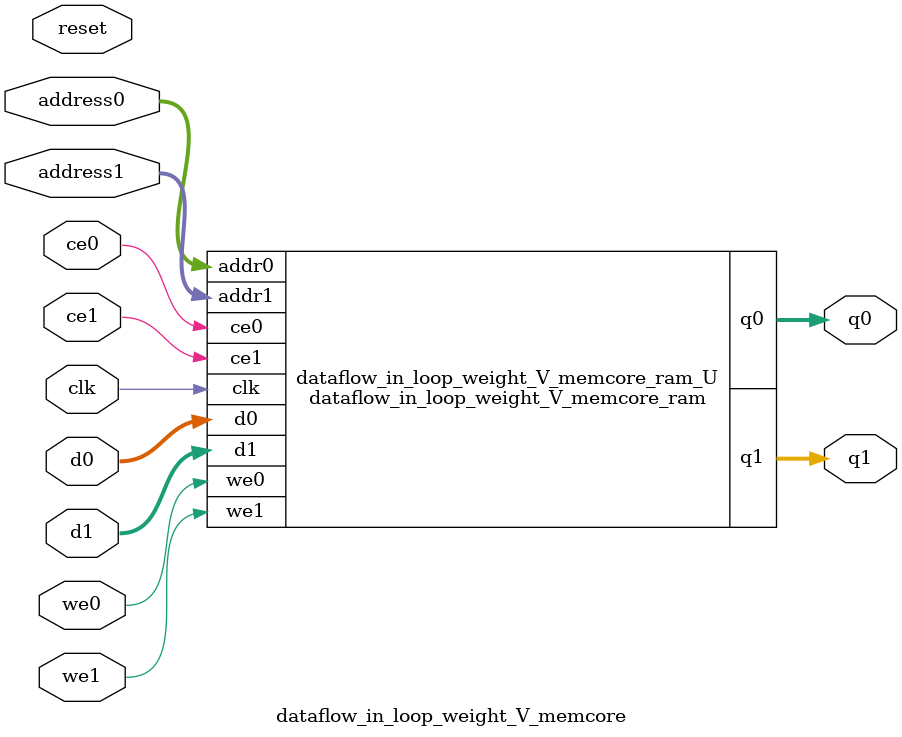
<source format=v>
`timescale 1 ns / 1 ps
module dataflow_in_loop_weight_V_memcore_ram (addr0, ce0, d0, we0, q0, addr1, ce1, d1, we1, q1,  clk);

parameter DWIDTH = 1024;
parameter AWIDTH = 5;
parameter MEM_SIZE = 32;

input[AWIDTH-1:0] addr0;
input ce0;
input[DWIDTH-1:0] d0;
input we0;
output reg[DWIDTH-1:0] q0;
input[AWIDTH-1:0] addr1;
input ce1;
input[DWIDTH-1:0] d1;
input we1;
output reg[DWIDTH-1:0] q1;
input clk;

(* ram_style = "block" *)reg [DWIDTH-1:0] ram[0:MEM_SIZE-1];




always @(posedge clk)  
begin 
    if (ce0) 
    begin
        if (we0) 
        begin 
            ram[addr0] <= d0; 
        end 
        q0 <= ram[addr0];
    end
end


always @(posedge clk)  
begin 
    if (ce1) 
    begin
        if (we1) 
        begin 
            ram[addr1] <= d1; 
        end 
        q1 <= ram[addr1];
    end
end


endmodule

`timescale 1 ns / 1 ps
module dataflow_in_loop_weight_V_memcore(
    reset,
    clk,
    address0,
    ce0,
    we0,
    d0,
    q0,
    address1,
    ce1,
    we1,
    d1,
    q1);

parameter DataWidth = 32'd1024;
parameter AddressRange = 32'd32;
parameter AddressWidth = 32'd5;
input reset;
input clk;
input[AddressWidth - 1:0] address0;
input ce0;
input we0;
input[DataWidth - 1:0] d0;
output[DataWidth - 1:0] q0;
input[AddressWidth - 1:0] address1;
input ce1;
input we1;
input[DataWidth - 1:0] d1;
output[DataWidth - 1:0] q1;



dataflow_in_loop_weight_V_memcore_ram dataflow_in_loop_weight_V_memcore_ram_U(
    .clk( clk ),
    .addr0( address0 ),
    .ce0( ce0 ),
    .we0( we0 ),
    .d0( d0 ),
    .q0( q0 ),
    .addr1( address1 ),
    .ce1( ce1 ),
    .we1( we1 ),
    .d1( d1 ),
    .q1( q1 ));

endmodule


</source>
